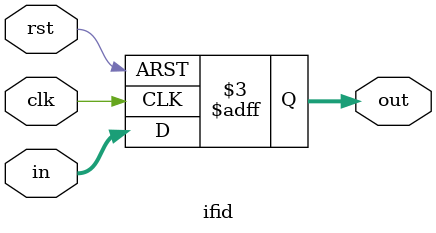
<source format=v>
`timescale 1ns / 1ps
module ifid(
input clk,
input rst,
input [9:0] in,
output reg [9:0] out
    );
    always@(posedge clk, negedge rst)
    begin
    if( rst==1)
    out<=in;
    else 
    out=0;
    end
endmodule

</source>
